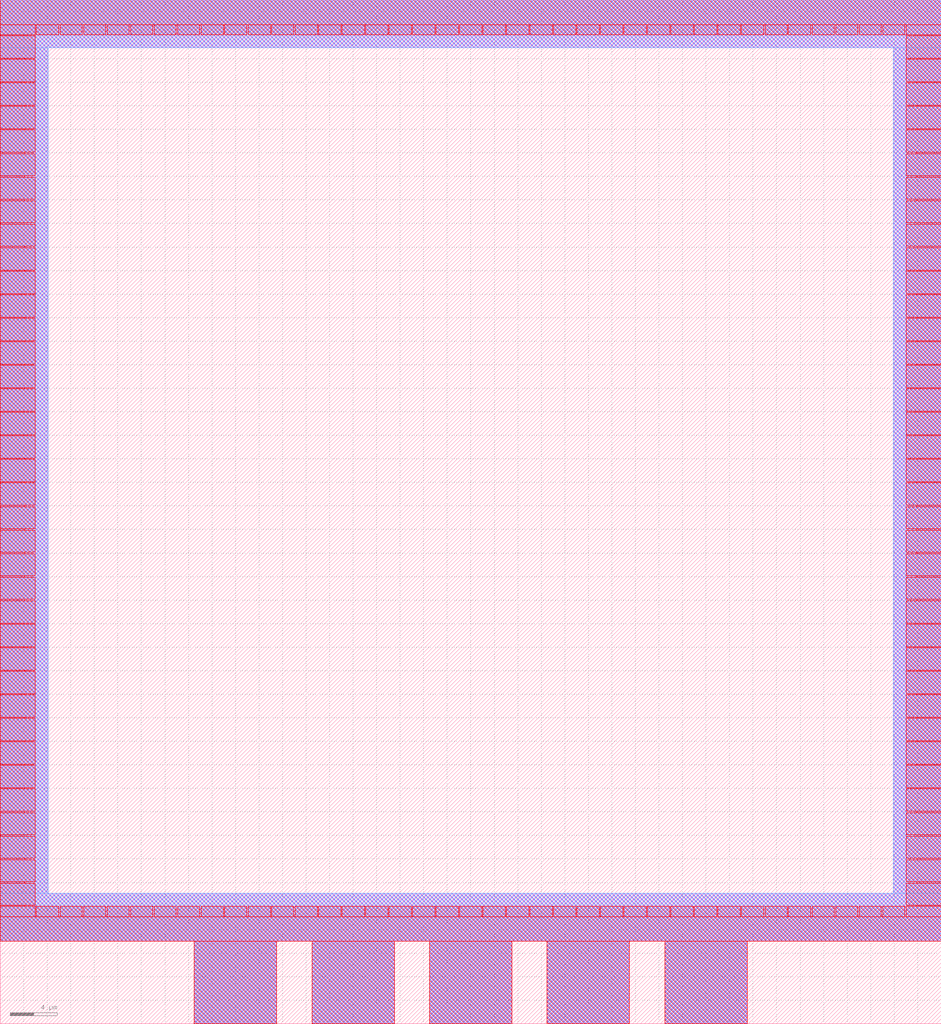
<source format=lef>
VERSION 5.7 ;
  NOWIREEXTENSIONATPIN ON ;
  DIVIDERCHAR "/" ;
  BUSBITCHARS "[]" ;

UNITS
  TIME NANOSECONDS 1 ;
  CAPACITANCE PICOFARADS 1 ;
  RESISTANCE OHMS 1 ;
  DATABASE MICRONS 1000 ;
END UNITS

MACRO sg13g2_bpd60
  CLASS BLOCK ;
  FOREIGN sg13g2_bpd60 0 0 ;
  ORIGIN 0.000 0.000 ;
  SIZE 60.000 BY 67.000 ;
  SYMMETRY X Y R90 ;
  OBS
      LAYER Metal3 ;
        RECT 0.000 62.930 60.000 67.000 ;
        RECT 0.000 11.070 4.070 62.930 ;
        RECT 55.930 11.070 60.000 62.930 ;
        RECT 0.000 7.000 60.000 11.070 ;
        RECT 6.500 0.000 13.500 7.000 ;
        RECT 16.500 0.000 23.500 7.000 ;
        RECT 26.500 0.000 33.500 7.000 ;
        RECT 36.500 0.000 43.500 7.000 ;
        RECT 46.500 0.000 53.500 7.000 ;
      LAYER Metal4 ;
        RECT 0.000 62.930 60.000 67.000 ;
        RECT 0.000 11.070 4.070 62.930 ;
        RECT 55.930 11.070 60.000 62.930 ;
        RECT 0.000 7.000 60.000 11.070 ;
        RECT 6.500 0.000 13.500 7.000 ;
        RECT 16.500 0.000 23.500 7.000 ;
        RECT 26.500 0.000 33.500 7.000 ;
        RECT 36.500 0.000 43.500 7.000 ;
        RECT 46.500 0.000 53.500 7.000 ;
      LAYER Metal5 ;
        RECT 0.000 62.930 60.000 67.000 ;
        RECT 0.000 11.070 4.070 62.930 ;
        RECT 55.930 11.070 60.000 62.930 ;
        RECT 0.000 7.000 60.000 11.070 ;
        RECT 6.500 0.000 13.500 7.000 ;
        RECT 16.500 0.000 23.500 7.000 ;
        RECT 26.500 0.000 33.500 7.000 ;
        RECT 36.500 0.000 43.500 7.000 ;
        RECT 46.500 0.000 53.500 7.000 ;
      LAYER TopMetal1 ;
        RECT 0.000 62.930 60.000 67.000 ;
        RECT 0.000 11.070 4.070 62.930 ;
        RECT 55.930 11.070 60.000 62.930 ;
        RECT 0.000 7.000 60.000 11.070 ;
        RECT 6.500 0.000 13.500 7.000 ;
        RECT 16.500 0.000 23.500 7.000 ;
        RECT 26.500 0.000 33.500 7.000 ;
        RECT 36.500 0.000 43.500 7.000 ;
        RECT 46.500 0.000 53.500 7.000 ;
      LAYER TopMetal2 ;
        RECT 0.000 64.900 60.000 67.000 ;
        RECT 0.000 64.015 2.985 64.900 ;
        RECT 3.080 64.015 4.980 64.900 ;
        RECT 5.080 64.015 6.980 64.900 ;
        RECT 7.075 64.015 8.975 64.900 ;
        RECT 9.075 64.015 10.975 64.900 ;
        RECT 11.070 64.015 12.970 64.900 ;
        RECT 13.070 64.015 14.970 64.900 ;
        RECT 15.065 64.015 16.965 64.900 ;
        RECT 17.065 64.015 18.965 64.900 ;
        RECT 19.060 64.015 20.960 64.900 ;
        RECT 21.060 64.015 22.960 64.900 ;
        RECT 23.055 64.015 24.955 64.900 ;
        RECT 25.055 64.015 26.955 64.900 ;
        RECT 27.050 64.015 28.950 64.900 ;
        RECT 29.050 64.015 30.950 64.900 ;
        RECT 31.045 64.015 32.945 64.900 ;
        RECT 33.045 64.015 34.945 64.900 ;
        RECT 35.040 64.015 36.940 64.900 ;
        RECT 37.040 64.015 38.940 64.900 ;
        RECT 39.035 64.015 40.935 64.900 ;
        RECT 41.035 64.015 42.935 64.900 ;
        RECT 43.030 64.015 44.930 64.900 ;
        RECT 45.030 64.015 46.930 64.900 ;
        RECT 47.025 64.015 48.925 64.900 ;
        RECT 49.025 64.015 50.925 64.900 ;
        RECT 51.020 64.015 52.920 64.900 ;
        RECT 53.020 64.015 54.920 64.900 ;
        RECT 55.015 64.015 56.915 64.900 ;
        RECT 57.015 64.015 60.000 64.900 ;
        RECT 0.000 63.945 2.100 64.015 ;
        RECT 57.900 63.945 60.000 64.015 ;
        RECT 0.000 62.045 2.985 63.945 ;
        RECT 57.015 62.045 60.000 63.945 ;
        RECT 0.000 61.945 2.100 62.045 ;
        RECT 57.900 61.945 60.000 62.045 ;
        RECT 0.000 60.045 2.985 61.945 ;
        RECT 57.015 60.045 60.000 61.945 ;
        RECT 0.000 59.945 2.100 60.045 ;
        RECT 57.900 59.945 60.000 60.045 ;
        RECT 0.000 58.045 2.985 59.945 ;
        RECT 57.015 58.045 60.000 59.945 ;
        RECT 0.000 57.945 2.100 58.045 ;
        RECT 57.900 57.945 60.000 58.045 ;
        RECT 0.000 56.045 2.985 57.945 ;
        RECT 57.015 56.045 60.000 57.945 ;
        RECT 0.000 55.945 2.100 56.045 ;
        RECT 57.900 55.945 60.000 56.045 ;
        RECT 0.000 54.045 2.985 55.945 ;
        RECT 57.015 54.045 60.000 55.945 ;
        RECT 0.000 53.945 2.100 54.045 ;
        RECT 57.900 53.945 60.000 54.045 ;
        RECT 0.000 52.045 2.985 53.945 ;
        RECT 57.015 52.045 60.000 53.945 ;
        RECT 0.000 51.945 2.100 52.045 ;
        RECT 57.900 51.945 60.000 52.045 ;
        RECT 0.000 50.045 2.985 51.945 ;
        RECT 57.015 50.045 60.000 51.945 ;
        RECT 0.000 49.945 2.100 50.045 ;
        RECT 57.900 49.945 60.000 50.045 ;
        RECT 0.000 48.045 2.985 49.945 ;
        RECT 57.015 48.045 60.000 49.945 ;
        RECT 0.000 47.945 2.100 48.045 ;
        RECT 57.900 47.945 60.000 48.045 ;
        RECT 0.000 46.045 2.985 47.945 ;
        RECT 57.015 46.045 60.000 47.945 ;
        RECT 0.000 45.945 2.100 46.045 ;
        RECT 57.900 45.945 60.000 46.045 ;
        RECT 0.000 44.045 2.985 45.945 ;
        RECT 57.015 44.045 60.000 45.945 ;
        RECT 0.000 43.945 2.100 44.045 ;
        RECT 57.900 43.945 60.000 44.045 ;
        RECT 0.000 42.045 2.985 43.945 ;
        RECT 57.015 42.045 60.000 43.945 ;
        RECT 0.000 41.945 2.100 42.045 ;
        RECT 57.900 41.945 60.000 42.045 ;
        RECT 0.000 40.045 2.985 41.945 ;
        RECT 57.015 40.045 60.000 41.945 ;
        RECT 0.000 39.945 2.100 40.045 ;
        RECT 57.900 39.945 60.000 40.045 ;
        RECT 0.000 38.045 2.985 39.945 ;
        RECT 57.015 38.045 60.000 39.945 ;
        RECT 0.000 37.950 2.100 38.045 ;
        RECT 57.900 37.950 60.000 38.045 ;
        RECT 0.000 36.050 2.985 37.950 ;
        RECT 57.015 36.050 60.000 37.950 ;
        RECT 0.000 35.950 2.100 36.050 ;
        RECT 57.900 35.950 60.000 36.050 ;
        RECT 0.000 34.050 2.985 35.950 ;
        RECT 57.015 34.050 60.000 35.950 ;
        RECT 0.000 33.950 2.100 34.050 ;
        RECT 57.900 33.950 60.000 34.050 ;
        RECT 0.000 32.050 2.985 33.950 ;
        RECT 57.015 32.050 60.000 33.950 ;
        RECT 0.000 31.950 2.100 32.050 ;
        RECT 57.900 31.950 60.000 32.050 ;
        RECT 0.000 30.050 2.985 31.950 ;
        RECT 57.015 30.050 60.000 31.950 ;
        RECT 0.000 29.950 2.100 30.050 ;
        RECT 57.900 29.950 60.000 30.050 ;
        RECT 0.000 28.050 2.985 29.950 ;
        RECT 57.015 28.050 60.000 29.950 ;
        RECT 0.000 27.950 2.100 28.050 ;
        RECT 57.900 27.950 60.000 28.050 ;
        RECT 0.000 26.050 2.985 27.950 ;
        RECT 57.015 26.050 60.000 27.950 ;
        RECT 0.000 25.950 2.100 26.050 ;
        RECT 57.900 25.950 60.000 26.050 ;
        RECT 0.000 24.050 2.985 25.950 ;
        RECT 57.015 24.050 60.000 25.950 ;
        RECT 0.000 23.950 2.100 24.050 ;
        RECT 57.900 23.950 60.000 24.050 ;
        RECT 0.000 22.050 2.985 23.950 ;
        RECT 57.015 22.050 60.000 23.950 ;
        RECT 0.000 21.950 2.100 22.050 ;
        RECT 57.900 21.950 60.000 22.050 ;
        RECT 0.000 20.050 2.985 21.950 ;
        RECT 57.015 20.050 60.000 21.950 ;
        RECT 0.000 19.950 2.100 20.050 ;
        RECT 57.900 19.950 60.000 20.050 ;
        RECT 0.000 18.050 2.985 19.950 ;
        RECT 57.015 18.050 60.000 19.950 ;
        RECT 0.000 17.950 2.100 18.050 ;
        RECT 57.900 17.950 60.000 18.050 ;
        RECT 0.000 16.050 2.985 17.950 ;
        RECT 57.015 16.050 60.000 17.950 ;
        RECT 0.000 15.950 2.100 16.050 ;
        RECT 57.900 15.950 60.000 16.050 ;
        RECT 0.000 14.050 2.985 15.950 ;
        RECT 57.015 14.050 60.000 15.950 ;
        RECT 0.000 13.950 2.100 14.050 ;
        RECT 57.900 13.950 60.000 14.050 ;
        RECT 0.000 12.050 2.985 13.950 ;
        RECT 57.015 12.050 60.000 13.950 ;
        RECT 0.000 11.955 2.100 12.050 ;
        RECT 57.900 11.955 60.000 12.050 ;
        RECT 0.000 10.055 2.985 11.955 ;
        RECT 57.015 10.055 60.000 11.955 ;
        RECT 0.000 9.985 2.100 10.055 ;
        RECT 57.900 9.985 60.000 10.055 ;
        RECT 0.000 9.100 2.985 9.985 ;
        RECT 3.080 9.100 4.980 9.985 ;
        RECT 5.080 9.100 6.980 9.985 ;
        RECT 7.075 9.100 8.975 9.985 ;
        RECT 9.075 9.100 10.975 9.985 ;
        RECT 11.070 9.100 12.970 9.985 ;
        RECT 13.070 9.100 14.970 9.985 ;
        RECT 15.065 9.100 16.965 9.985 ;
        RECT 17.065 9.100 18.965 9.985 ;
        RECT 19.060 9.100 20.960 9.985 ;
        RECT 21.060 9.100 22.960 9.985 ;
        RECT 23.055 9.100 24.955 9.985 ;
        RECT 25.055 9.100 26.955 9.985 ;
        RECT 27.050 9.100 28.950 9.985 ;
        RECT 29.050 9.100 30.950 9.985 ;
        RECT 31.045 9.100 32.945 9.985 ;
        RECT 33.045 9.100 34.945 9.985 ;
        RECT 35.040 9.100 36.940 9.985 ;
        RECT 37.040 9.100 38.940 9.985 ;
        RECT 39.035 9.100 40.935 9.985 ;
        RECT 41.035 9.100 42.935 9.985 ;
        RECT 43.030 9.100 44.930 9.985 ;
        RECT 45.030 9.100 46.930 9.985 ;
        RECT 47.025 9.100 48.925 9.985 ;
        RECT 49.025 9.100 50.925 9.985 ;
        RECT 51.020 9.100 52.920 9.985 ;
        RECT 53.020 9.100 54.920 9.985 ;
        RECT 55.015 9.100 56.915 9.985 ;
        RECT 57.015 9.100 60.000 9.985 ;
        RECT 0.000 7.000 60.000 9.100 ;
        RECT 6.500 0.000 13.500 7.000 ;
        RECT 16.500 0.000 23.500 7.000 ;
        RECT 26.500 0.000 33.500 7.000 ;
        RECT 36.500 0.000 43.500 7.000 ;
        RECT 46.500 0.000 53.500 7.000 ;
  END
END sg13g2_bpd60

#--------EOF---------

MACRO sg13g2_bpd70
  CLASS BLOCK ;
  FOREIGN sg13g2_bpd70 0 0 ;
  ORIGIN 0.000 0.000 ;
  SIZE 70.000 BY 77.000 ;
  SYMMETRY X Y R90 ;
  OBS
      LAYER Metal3 ;
        RECT 0.000 72.930 70.000 77.000 ;
        RECT 0.000 11.070 4.070 72.930 ;
        RECT 65.930 11.070 70.000 72.930 ;
        RECT 0.000 7.000 70.000 11.070 ;
        RECT 11.500 0.000 18.500 7.000 ;
        RECT 21.500 0.000 28.500 7.000 ;
        RECT 31.500 0.000 38.500 7.000 ;
        RECT 41.500 0.000 48.500 7.000 ;
        RECT 51.500 0.000 58.500 7.000 ;
      LAYER Metal4 ;
        RECT 0.000 72.930 70.000 77.000 ;
        RECT 0.000 11.070 4.070 72.930 ;
        RECT 65.930 11.070 70.000 72.930 ;
        RECT 0.000 7.000 70.000 11.070 ;
        RECT 11.500 0.000 18.500 7.000 ;
        RECT 21.500 0.000 28.500 7.000 ;
        RECT 31.500 0.000 38.500 7.000 ;
        RECT 41.500 0.000 48.500 7.000 ;
        RECT 51.500 0.000 58.500 7.000 ;
      LAYER Metal5 ;
        RECT 0.000 72.930 70.000 77.000 ;
        RECT 0.000 11.070 4.070 72.930 ;
        RECT 65.930 11.070 70.000 72.930 ;
        RECT 0.000 7.000 70.000 11.070 ;
        RECT 11.500 0.000 18.500 7.000 ;
        RECT 21.500 0.000 28.500 7.000 ;
        RECT 31.500 0.000 38.500 7.000 ;
        RECT 41.500 0.000 48.500 7.000 ;
        RECT 51.500 0.000 58.500 7.000 ;
      LAYER TopMetal1 ;
        RECT 0.000 72.930 70.000 77.000 ;
        RECT 0.000 11.070 4.070 72.930 ;
        RECT 65.930 11.070 70.000 72.930 ;
        RECT 0.000 7.000 70.000 11.070 ;
        RECT 11.500 0.000 18.500 7.000 ;
        RECT 21.500 0.000 28.500 7.000 ;
        RECT 31.500 0.000 38.500 7.000 ;
        RECT 41.500 0.000 48.500 7.000 ;
        RECT 51.500 0.000 58.500 7.000 ;
      LAYER TopMetal2 ;
        RECT 0.000 74.900 70.000 77.000 ;
        RECT 0.000 74.015 2.985 74.900 ;
        RECT 3.080 74.015 4.980 74.900 ;
        RECT 5.080 74.015 6.980 74.900 ;
        RECT 7.075 74.015 8.975 74.900 ;
        RECT 9.075 74.015 10.975 74.900 ;
        RECT 11.070 74.015 12.970 74.900 ;
        RECT 13.070 74.015 14.970 74.900 ;
        RECT 15.070 74.015 16.970 74.900 ;
        RECT 17.065 74.015 18.965 74.900 ;
        RECT 19.065 74.015 20.965 74.900 ;
        RECT 21.060 74.015 22.960 74.900 ;
        RECT 23.060 74.015 24.960 74.900 ;
        RECT 25.055 74.015 26.955 74.900 ;
        RECT 27.055 74.015 28.955 74.900 ;
        RECT 29.055 74.015 30.955 74.900 ;
        RECT 31.050 74.015 32.950 74.900 ;
        RECT 33.050 74.015 34.950 74.900 ;
        RECT 35.045 74.015 36.945 74.900 ;
        RECT 37.045 74.015 38.945 74.900 ;
        RECT 39.040 74.015 40.940 74.900 ;
        RECT 41.040 74.015 42.940 74.900 ;
        RECT 43.040 74.015 44.940 74.900 ;
        RECT 45.035 74.015 46.935 74.900 ;
        RECT 47.035 74.015 48.935 74.900 ;
        RECT 49.030 74.015 50.930 74.900 ;
        RECT 51.030 74.015 52.930 74.900 ;
        RECT 53.025 74.015 54.925 74.900 ;
        RECT 55.025 74.015 56.925 74.900 ;
        RECT 57.025 74.015 58.925 74.900 ;
        RECT 59.020 74.015 60.920 74.900 ;
        RECT 61.020 74.015 62.920 74.900 ;
        RECT 63.015 74.015 64.915 74.900 ;
        RECT 65.015 74.015 66.915 74.900 ;
        RECT 67.015 74.015 70.000 74.900 ;
        RECT 0.000 73.945 2.100 74.015 ;
        RECT 67.900 73.945 70.000 74.015 ;
        RECT 0.000 72.045 2.985 73.945 ;
        RECT 67.015 72.045 70.000 73.945 ;
        RECT 0.000 71.945 2.100 72.045 ;
        RECT 67.900 71.945 70.000 72.045 ;
        RECT 0.000 70.045 2.985 71.945 ;
        RECT 67.015 70.045 70.000 71.945 ;
        RECT 0.000 69.945 2.100 70.045 ;
        RECT 67.900 69.945 70.000 70.045 ;
        RECT 0.000 68.045 2.985 69.945 ;
        RECT 67.015 68.045 70.000 69.945 ;
        RECT 0.000 67.945 2.100 68.045 ;
        RECT 67.900 67.945 70.000 68.045 ;
        RECT 0.000 66.045 2.985 67.945 ;
        RECT 67.015 66.045 70.000 67.945 ;
        RECT 0.000 65.945 2.100 66.045 ;
        RECT 67.900 65.945 70.000 66.045 ;
        RECT 0.000 64.045 2.985 65.945 ;
        RECT 67.015 64.045 70.000 65.945 ;
        RECT 0.000 63.945 2.100 64.045 ;
        RECT 67.900 63.945 70.000 64.045 ;
        RECT 0.000 62.045 2.985 63.945 ;
        RECT 67.015 62.045 70.000 63.945 ;
        RECT 0.000 61.945 2.100 62.045 ;
        RECT 67.900 61.945 70.000 62.045 ;
        RECT 0.000 60.045 2.985 61.945 ;
        RECT 67.015 60.045 70.000 61.945 ;
        RECT 0.000 59.945 2.100 60.045 ;
        RECT 67.900 59.945 70.000 60.045 ;
        RECT 0.000 58.045 2.985 59.945 ;
        RECT 67.015 58.045 70.000 59.945 ;
        RECT 0.000 57.945 2.100 58.045 ;
        RECT 67.900 57.945 70.000 58.045 ;
        RECT 0.000 56.045 2.985 57.945 ;
        RECT 67.015 56.045 70.000 57.945 ;
        RECT 0.000 55.945 2.100 56.045 ;
        RECT 67.900 55.945 70.000 56.045 ;
        RECT 0.000 54.045 2.985 55.945 ;
        RECT 67.015 54.045 70.000 55.945 ;
        RECT 0.000 53.945 2.100 54.045 ;
        RECT 67.900 53.945 70.000 54.045 ;
        RECT 0.000 52.045 2.985 53.945 ;
        RECT 67.015 52.045 70.000 53.945 ;
        RECT 0.000 51.945 2.100 52.045 ;
        RECT 67.900 51.945 70.000 52.045 ;
        RECT 0.000 50.045 2.985 51.945 ;
        RECT 67.015 50.045 70.000 51.945 ;
        RECT 0.000 49.945 2.100 50.045 ;
        RECT 67.900 49.945 70.000 50.045 ;
        RECT 0.000 48.045 2.985 49.945 ;
        RECT 67.015 48.045 70.000 49.945 ;
        RECT 0.000 47.945 2.100 48.045 ;
        RECT 67.900 47.945 70.000 48.045 ;
        RECT 0.000 46.045 2.985 47.945 ;
        RECT 67.015 46.045 70.000 47.945 ;
        RECT 0.000 45.945 2.100 46.045 ;
        RECT 67.900 45.945 70.000 46.045 ;
        RECT 0.000 44.045 2.985 45.945 ;
        RECT 67.015 44.045 70.000 45.945 ;
        RECT 0.000 43.945 2.100 44.045 ;
        RECT 67.900 43.945 70.000 44.045 ;
        RECT 0.000 42.045 2.985 43.945 ;
        RECT 67.015 42.045 70.000 43.945 ;
        RECT 0.000 41.950 2.100 42.045 ;
        RECT 67.900 41.950 70.000 42.045 ;
        RECT 0.000 40.050 2.985 41.950 ;
        RECT 67.015 40.050 70.000 41.950 ;
        RECT 0.000 39.950 2.100 40.050 ;
        RECT 67.900 39.950 70.000 40.050 ;
        RECT 0.000 38.050 2.985 39.950 ;
        RECT 67.015 38.050 70.000 39.950 ;
        RECT 0.000 37.950 2.100 38.050 ;
        RECT 67.900 37.950 70.000 38.050 ;
        RECT 0.000 36.050 2.985 37.950 ;
        RECT 67.015 36.050 70.000 37.950 ;
        RECT 0.000 35.950 2.100 36.050 ;
        RECT 67.900 35.950 70.000 36.050 ;
        RECT 0.000 34.050 2.985 35.950 ;
        RECT 67.015 34.050 70.000 35.950 ;
        RECT 0.000 33.950 2.100 34.050 ;
        RECT 67.900 33.950 70.000 34.050 ;
        RECT 0.000 32.050 2.985 33.950 ;
        RECT 67.015 32.050 70.000 33.950 ;
        RECT 0.000 31.950 2.100 32.050 ;
        RECT 67.900 31.950 70.000 32.050 ;
        RECT 0.000 30.050 2.985 31.950 ;
        RECT 67.015 30.050 70.000 31.950 ;
        RECT 0.000 29.950 2.100 30.050 ;
        RECT 67.900 29.950 70.000 30.050 ;
        RECT 0.000 28.050 2.985 29.950 ;
        RECT 67.015 28.050 70.000 29.950 ;
        RECT 0.000 27.950 2.100 28.050 ;
        RECT 67.900 27.950 70.000 28.050 ;
        RECT 0.000 26.050 2.985 27.950 ;
        RECT 67.015 26.050 70.000 27.950 ;
        RECT 0.000 25.950 2.100 26.050 ;
        RECT 67.900 25.950 70.000 26.050 ;
        RECT 0.000 24.050 2.985 25.950 ;
        RECT 67.015 24.050 70.000 25.950 ;
        RECT 0.000 23.950 2.100 24.050 ;
        RECT 67.900 23.950 70.000 24.050 ;
        RECT 0.000 22.050 2.985 23.950 ;
        RECT 67.015 22.050 70.000 23.950 ;
        RECT 0.000 21.950 2.100 22.050 ;
        RECT 67.900 21.950 70.000 22.050 ;
        RECT 0.000 20.050 2.985 21.950 ;
        RECT 67.015 20.050 70.000 21.950 ;
        RECT 0.000 19.950 2.100 20.050 ;
        RECT 67.900 19.950 70.000 20.050 ;
        RECT 0.000 18.050 2.985 19.950 ;
        RECT 67.015 18.050 70.000 19.950 ;
        RECT 0.000 17.950 2.100 18.050 ;
        RECT 67.900 17.950 70.000 18.050 ;
        RECT 0.000 16.050 2.985 17.950 ;
        RECT 67.015 16.050 70.000 17.950 ;
        RECT 0.000 15.950 2.100 16.050 ;
        RECT 67.900 15.950 70.000 16.050 ;
        RECT 0.000 14.050 2.985 15.950 ;
        RECT 67.015 14.050 70.000 15.950 ;
        RECT 0.000 13.950 2.100 14.050 ;
        RECT 67.900 13.950 70.000 14.050 ;
        RECT 0.000 12.050 2.985 13.950 ;
        RECT 67.015 12.050 70.000 13.950 ;
        RECT 0.000 11.955 2.100 12.050 ;
        RECT 67.900 11.955 70.000 12.050 ;
        RECT 0.000 10.055 2.985 11.955 ;
        RECT 67.015 10.055 70.000 11.955 ;
        RECT 0.000 9.985 2.100 10.055 ;
        RECT 67.900 9.985 70.000 10.055 ;
        RECT 0.000 9.100 2.985 9.985 ;
        RECT 3.080 9.100 4.980 9.985 ;
        RECT 5.080 9.100 6.980 9.985 ;
        RECT 7.075 9.100 8.975 9.985 ;
        RECT 9.075 9.100 10.975 9.985 ;
        RECT 11.070 9.100 12.970 9.985 ;
        RECT 13.070 9.100 14.970 9.985 ;
        RECT 15.070 9.100 16.970 9.985 ;
        RECT 17.065 9.100 18.965 9.985 ;
        RECT 19.065 9.100 20.965 9.985 ;
        RECT 21.060 9.100 22.960 9.985 ;
        RECT 23.060 9.100 24.960 9.985 ;
        RECT 25.055 9.100 26.955 9.985 ;
        RECT 27.055 9.100 28.955 9.985 ;
        RECT 29.055 9.100 30.955 9.985 ;
        RECT 31.050 9.100 32.950 9.985 ;
        RECT 33.050 9.100 34.950 9.985 ;
        RECT 35.045 9.100 36.945 9.985 ;
        RECT 37.045 9.100 38.945 9.985 ;
        RECT 39.040 9.100 40.940 9.985 ;
        RECT 41.040 9.100 42.940 9.985 ;
        RECT 43.040 9.100 44.940 9.985 ;
        RECT 45.035 9.100 46.935 9.985 ;
        RECT 47.035 9.100 48.935 9.985 ;
        RECT 49.030 9.100 50.930 9.985 ;
        RECT 51.030 9.100 52.930 9.985 ;
        RECT 53.025 9.100 54.925 9.985 ;
        RECT 55.025 9.100 56.925 9.985 ;
        RECT 57.025 9.100 58.925 9.985 ;
        RECT 59.020 9.100 60.920 9.985 ;
        RECT 61.020 9.100 62.920 9.985 ;
        RECT 63.015 9.100 64.915 9.985 ;
        RECT 65.015 9.100 66.915 9.985 ;
        RECT 67.015 9.100 70.000 9.985 ;
        RECT 0.000 7.000 70.000 9.100 ;
        RECT 11.500 0.000 18.500 7.000 ;
        RECT 21.500 0.000 28.500 7.000 ;
        RECT 31.500 0.000 38.500 7.000 ;
        RECT 41.500 0.000 48.500 7.000 ;
        RECT 51.500 0.000 58.500 7.000 ;
  END
END sg13g2_bpd70

#--------EOF---------

MACRO sg13g2_bpd80
  CLASS BLOCK ;
  FOREIGN sg13g2_bpd80 0 0 ;
  ORIGIN 0.000 0.000 ;
  SIZE 80.000 BY 87.000 ;
  SYMMETRY X Y R90 ;
  OBS
      LAYER Metal3 ;
        RECT 0.000 82.930 80.000 87.000 ;
        RECT 0.000 11.070 4.070 82.930 ;
        RECT 75.930 11.070 80.000 82.930 ;
        RECT 0.000 7.000 80.000 11.070 ;
        RECT 16.500 0.000 23.500 7.000 ;
        RECT 26.500 0.000 33.500 7.000 ;
        RECT 36.500 0.000 43.500 7.000 ;
        RECT 46.500 0.000 53.500 7.000 ;
        RECT 56.500 0.000 63.500 7.000 ;
      LAYER Metal4 ;
        RECT 0.000 82.930 80.000 87.000 ;
        RECT 0.000 11.070 4.070 82.930 ;
        RECT 75.930 11.070 80.000 82.930 ;
        RECT 0.000 7.000 80.000 11.070 ;
        RECT 16.500 0.000 23.500 7.000 ;
        RECT 26.500 0.000 33.500 7.000 ;
        RECT 36.500 0.000 43.500 7.000 ;
        RECT 46.500 0.000 53.500 7.000 ;
        RECT 56.500 0.000 63.500 7.000 ;
      LAYER Metal5 ;
        RECT 0.000 82.930 80.000 87.000 ;
        RECT 0.000 11.070 4.070 82.930 ;
        RECT 75.930 11.070 80.000 82.930 ;
        RECT 0.000 7.000 80.000 11.070 ;
        RECT 16.500 0.000 23.500 7.000 ;
        RECT 26.500 0.000 33.500 7.000 ;
        RECT 36.500 0.000 43.500 7.000 ;
        RECT 46.500 0.000 53.500 7.000 ;
        RECT 56.500 0.000 63.500 7.000 ;
      LAYER TopMetal1 ;
        RECT 0.000 82.930 80.000 87.000 ;
        RECT 0.000 11.070 4.070 82.930 ;
        RECT 75.930 11.070 80.000 82.930 ;
        RECT 0.000 7.000 80.000 11.070 ;
        RECT 16.500 0.000 23.500 7.000 ;
        RECT 26.500 0.000 33.500 7.000 ;
        RECT 36.500 0.000 43.500 7.000 ;
        RECT 46.500 0.000 53.500 7.000 ;
        RECT 56.500 0.000 63.500 7.000 ;
      LAYER TopMetal2 ;
        RECT 0.000 84.900 80.000 87.000 ;
        RECT 0.000 84.015 2.985 84.900 ;
        RECT 3.080 84.015 4.980 84.900 ;
        RECT 5.080 84.015 6.980 84.900 ;
        RECT 7.075 84.015 8.975 84.900 ;
        RECT 9.075 84.015 10.975 84.900 ;
        RECT 11.075 84.015 12.975 84.900 ;
        RECT 13.070 84.015 14.970 84.900 ;
        RECT 15.070 84.015 16.970 84.900 ;
        RECT 17.070 84.015 18.970 84.900 ;
        RECT 19.065 84.015 20.965 84.900 ;
        RECT 21.065 84.015 22.965 84.900 ;
        RECT 23.060 84.015 24.960 84.900 ;
        RECT 25.060 84.015 26.960 84.900 ;
        RECT 27.060 84.015 28.960 84.900 ;
        RECT 29.055 84.015 30.955 84.900 ;
        RECT 31.055 84.015 32.955 84.900 ;
        RECT 33.055 84.015 34.955 84.900 ;
        RECT 35.050 84.015 36.950 84.900 ;
        RECT 37.050 84.015 38.950 84.900 ;
        RECT 39.050 84.015 40.950 84.900 ;
        RECT 41.045 84.015 42.945 84.900 ;
        RECT 43.045 84.015 44.945 84.900 ;
        RECT 45.040 84.015 46.940 84.900 ;
        RECT 47.040 84.015 48.940 84.900 ;
        RECT 49.040 84.015 50.940 84.900 ;
        RECT 51.035 84.015 52.935 84.900 ;
        RECT 53.035 84.015 54.935 84.900 ;
        RECT 55.035 84.015 56.935 84.900 ;
        RECT 57.030 84.015 58.930 84.900 ;
        RECT 59.030 84.015 60.930 84.900 ;
        RECT 61.025 84.015 62.925 84.900 ;
        RECT 63.025 84.015 64.925 84.900 ;
        RECT 65.025 84.015 66.925 84.900 ;
        RECT 67.020 84.015 68.920 84.900 ;
        RECT 69.020 84.015 70.920 84.900 ;
        RECT 71.020 84.015 72.920 84.900 ;
        RECT 73.015 84.015 74.915 84.900 ;
        RECT 75.015 84.015 76.915 84.900 ;
        RECT 77.015 84.015 80.000 84.900 ;
        RECT 0.000 83.945 2.100 84.015 ;
        RECT 77.900 83.945 80.000 84.015 ;
        RECT 0.000 82.045 2.985 83.945 ;
        RECT 77.015 82.045 80.000 83.945 ;
        RECT 0.000 81.945 2.100 82.045 ;
        RECT 77.900 81.945 80.000 82.045 ;
        RECT 0.000 80.045 2.985 81.945 ;
        RECT 77.015 80.045 80.000 81.945 ;
        RECT 0.000 79.945 2.100 80.045 ;
        RECT 77.900 79.945 80.000 80.045 ;
        RECT 0.000 78.045 2.985 79.945 ;
        RECT 77.015 78.045 80.000 79.945 ;
        RECT 0.000 77.945 2.100 78.045 ;
        RECT 77.900 77.945 80.000 78.045 ;
        RECT 0.000 76.045 2.985 77.945 ;
        RECT 77.015 76.045 80.000 77.945 ;
        RECT 0.000 75.945 2.100 76.045 ;
        RECT 77.900 75.945 80.000 76.045 ;
        RECT 0.000 74.045 2.985 75.945 ;
        RECT 77.015 74.045 80.000 75.945 ;
        RECT 0.000 73.945 2.100 74.045 ;
        RECT 77.900 73.945 80.000 74.045 ;
        RECT 0.000 72.045 2.985 73.945 ;
        RECT 77.015 72.045 80.000 73.945 ;
        RECT 0.000 71.945 2.100 72.045 ;
        RECT 77.900 71.945 80.000 72.045 ;
        RECT 0.000 70.045 2.985 71.945 ;
        RECT 77.015 70.045 80.000 71.945 ;
        RECT 0.000 69.945 2.100 70.045 ;
        RECT 77.900 69.945 80.000 70.045 ;
        RECT 0.000 68.045 2.985 69.945 ;
        RECT 77.015 68.045 80.000 69.945 ;
        RECT 0.000 67.945 2.100 68.045 ;
        RECT 77.900 67.945 80.000 68.045 ;
        RECT 0.000 66.045 2.985 67.945 ;
        RECT 77.015 66.045 80.000 67.945 ;
        RECT 0.000 65.945 2.100 66.045 ;
        RECT 77.900 65.945 80.000 66.045 ;
        RECT 0.000 64.045 2.985 65.945 ;
        RECT 77.015 64.045 80.000 65.945 ;
        RECT 0.000 63.945 2.100 64.045 ;
        RECT 77.900 63.945 80.000 64.045 ;
        RECT 0.000 62.045 2.985 63.945 ;
        RECT 77.015 62.045 80.000 63.945 ;
        RECT 0.000 61.945 2.100 62.045 ;
        RECT 77.900 61.945 80.000 62.045 ;
        RECT 0.000 60.045 2.985 61.945 ;
        RECT 77.015 60.045 80.000 61.945 ;
        RECT 0.000 59.945 2.100 60.045 ;
        RECT 77.900 59.945 80.000 60.045 ;
        RECT 0.000 58.045 2.985 59.945 ;
        RECT 77.015 58.045 80.000 59.945 ;
        RECT 0.000 57.945 2.100 58.045 ;
        RECT 77.900 57.945 80.000 58.045 ;
        RECT 0.000 56.045 2.985 57.945 ;
        RECT 77.015 56.045 80.000 57.945 ;
        RECT 0.000 55.945 2.100 56.045 ;
        RECT 77.900 55.945 80.000 56.045 ;
        RECT 0.000 54.045 2.985 55.945 ;
        RECT 77.015 54.045 80.000 55.945 ;
        RECT 0.000 53.945 2.100 54.045 ;
        RECT 77.900 53.945 80.000 54.045 ;
        RECT 0.000 52.045 2.985 53.945 ;
        RECT 77.015 52.045 80.000 53.945 ;
        RECT 0.000 51.945 2.100 52.045 ;
        RECT 77.900 51.945 80.000 52.045 ;
        RECT 0.000 50.045 2.985 51.945 ;
        RECT 77.015 50.045 80.000 51.945 ;
        RECT 0.000 49.945 2.100 50.045 ;
        RECT 77.900 49.945 80.000 50.045 ;
        RECT 0.000 48.045 2.985 49.945 ;
        RECT 77.015 48.045 80.000 49.945 ;
        RECT 0.000 47.950 2.100 48.045 ;
        RECT 77.900 47.950 80.000 48.045 ;
        RECT 0.000 46.050 2.985 47.950 ;
        RECT 77.015 46.050 80.000 47.950 ;
        RECT 0.000 45.950 2.100 46.050 ;
        RECT 77.900 45.950 80.000 46.050 ;
        RECT 0.000 44.050 2.985 45.950 ;
        RECT 77.015 44.050 80.000 45.950 ;
        RECT 0.000 43.950 2.100 44.050 ;
        RECT 77.900 43.950 80.000 44.050 ;
        RECT 0.000 42.050 2.985 43.950 ;
        RECT 77.015 42.050 80.000 43.950 ;
        RECT 0.000 41.950 2.100 42.050 ;
        RECT 77.900 41.950 80.000 42.050 ;
        RECT 0.000 40.050 2.985 41.950 ;
        RECT 77.015 40.050 80.000 41.950 ;
        RECT 0.000 39.950 2.100 40.050 ;
        RECT 77.900 39.950 80.000 40.050 ;
        RECT 0.000 38.050 2.985 39.950 ;
        RECT 77.015 38.050 80.000 39.950 ;
        RECT 0.000 37.950 2.100 38.050 ;
        RECT 77.900 37.950 80.000 38.050 ;
        RECT 0.000 36.050 2.985 37.950 ;
        RECT 77.015 36.050 80.000 37.950 ;
        RECT 0.000 35.950 2.100 36.050 ;
        RECT 77.900 35.950 80.000 36.050 ;
        RECT 0.000 34.050 2.985 35.950 ;
        RECT 77.015 34.050 80.000 35.950 ;
        RECT 0.000 33.950 2.100 34.050 ;
        RECT 77.900 33.950 80.000 34.050 ;
        RECT 0.000 32.050 2.985 33.950 ;
        RECT 77.015 32.050 80.000 33.950 ;
        RECT 0.000 31.950 2.100 32.050 ;
        RECT 77.900 31.950 80.000 32.050 ;
        RECT 0.000 30.050 2.985 31.950 ;
        RECT 77.015 30.050 80.000 31.950 ;
        RECT 0.000 29.950 2.100 30.050 ;
        RECT 77.900 29.950 80.000 30.050 ;
        RECT 0.000 28.050 2.985 29.950 ;
        RECT 77.015 28.050 80.000 29.950 ;
        RECT 0.000 27.950 2.100 28.050 ;
        RECT 77.900 27.950 80.000 28.050 ;
        RECT 0.000 26.050 2.985 27.950 ;
        RECT 77.015 26.050 80.000 27.950 ;
        RECT 0.000 25.950 2.100 26.050 ;
        RECT 77.900 25.950 80.000 26.050 ;
        RECT 0.000 24.050 2.985 25.950 ;
        RECT 77.015 24.050 80.000 25.950 ;
        RECT 0.000 23.950 2.100 24.050 ;
        RECT 77.900 23.950 80.000 24.050 ;
        RECT 0.000 22.050 2.985 23.950 ;
        RECT 77.015 22.050 80.000 23.950 ;
        RECT 0.000 21.950 2.100 22.050 ;
        RECT 77.900 21.950 80.000 22.050 ;
        RECT 0.000 20.050 2.985 21.950 ;
        RECT 77.015 20.050 80.000 21.950 ;
        RECT 0.000 19.950 2.100 20.050 ;
        RECT 77.900 19.950 80.000 20.050 ;
        RECT 0.000 18.050 2.985 19.950 ;
        RECT 77.015 18.050 80.000 19.950 ;
        RECT 0.000 17.950 2.100 18.050 ;
        RECT 77.900 17.950 80.000 18.050 ;
        RECT 0.000 16.050 2.985 17.950 ;
        RECT 77.015 16.050 80.000 17.950 ;
        RECT 0.000 15.950 2.100 16.050 ;
        RECT 77.900 15.950 80.000 16.050 ;
        RECT 0.000 14.050 2.985 15.950 ;
        RECT 77.015 14.050 80.000 15.950 ;
        RECT 0.000 13.950 2.100 14.050 ;
        RECT 77.900 13.950 80.000 14.050 ;
        RECT 0.000 12.050 2.985 13.950 ;
        RECT 77.015 12.050 80.000 13.950 ;
        RECT 0.000 11.955 2.100 12.050 ;
        RECT 77.900 11.955 80.000 12.050 ;
        RECT 0.000 10.055 2.985 11.955 ;
        RECT 77.015 10.055 80.000 11.955 ;
        RECT 0.000 9.985 2.100 10.055 ;
        RECT 77.900 9.985 80.000 10.055 ;
        RECT 0.000 9.100 2.985 9.985 ;
        RECT 3.080 9.100 4.980 9.985 ;
        RECT 5.080 9.100 6.980 9.985 ;
        RECT 7.075 9.100 8.975 9.985 ;
        RECT 9.075 9.100 10.975 9.985 ;
        RECT 11.075 9.100 12.975 9.985 ;
        RECT 13.070 9.100 14.970 9.985 ;
        RECT 15.070 9.100 16.970 9.985 ;
        RECT 17.070 9.100 18.970 9.985 ;
        RECT 19.065 9.100 20.965 9.985 ;
        RECT 21.065 9.100 22.965 9.985 ;
        RECT 23.060 9.100 24.960 9.985 ;
        RECT 25.060 9.100 26.960 9.985 ;
        RECT 27.060 9.100 28.960 9.985 ;
        RECT 29.055 9.100 30.955 9.985 ;
        RECT 31.055 9.100 32.955 9.985 ;
        RECT 33.055 9.100 34.955 9.985 ;
        RECT 35.050 9.100 36.950 9.985 ;
        RECT 37.050 9.100 38.950 9.985 ;
        RECT 39.050 9.100 40.950 9.985 ;
        RECT 41.045 9.100 42.945 9.985 ;
        RECT 43.045 9.100 44.945 9.985 ;
        RECT 45.040 9.100 46.940 9.985 ;
        RECT 47.040 9.100 48.940 9.985 ;
        RECT 49.040 9.100 50.940 9.985 ;
        RECT 51.035 9.100 52.935 9.985 ;
        RECT 53.035 9.100 54.935 9.985 ;
        RECT 55.035 9.100 56.935 9.985 ;
        RECT 57.030 9.100 58.930 9.985 ;
        RECT 59.030 9.100 60.930 9.985 ;
        RECT 61.025 9.100 62.925 9.985 ;
        RECT 63.025 9.100 64.925 9.985 ;
        RECT 65.025 9.100 66.925 9.985 ;
        RECT 67.020 9.100 68.920 9.985 ;
        RECT 69.020 9.100 70.920 9.985 ;
        RECT 71.020 9.100 72.920 9.985 ;
        RECT 73.015 9.100 74.915 9.985 ;
        RECT 75.015 9.100 76.915 9.985 ;
        RECT 77.015 9.100 80.000 9.985 ;
        RECT 0.000 7.000 80.000 9.100 ;
        RECT 16.500 0.000 23.500 7.000 ;
        RECT 26.500 0.000 33.500 7.000 ;
        RECT 36.500 0.000 43.500 7.000 ;
        RECT 46.500 0.000 53.500 7.000 ;
        RECT 56.500 0.000 63.500 7.000 ;
  END
END sg13g2_bpd80

END LIBRARY

</source>
